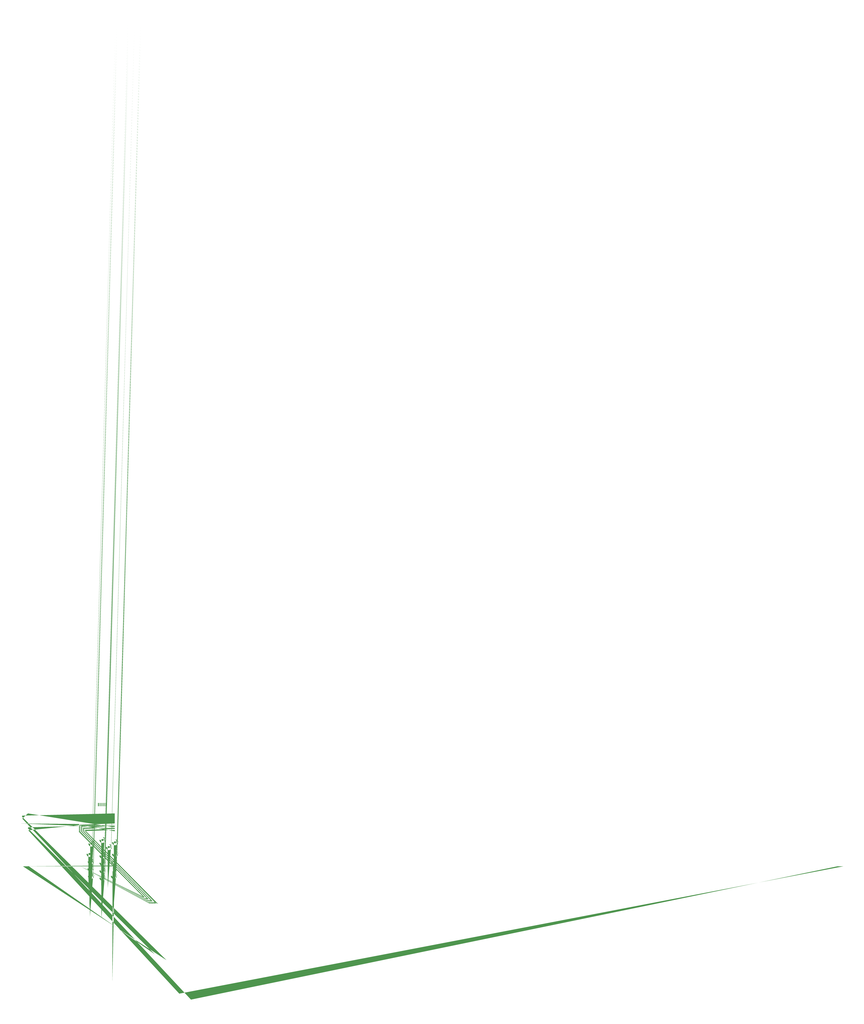
<source format=gtp>
G04 #@! TF.GenerationSoftware,KiCad,Pcbnew,8.0.4*
G04 #@! TF.CreationDate,2024-10-09T19:51:01+11:00*
G04 #@! TF.ProjectId,nokia,6e6f6b69-612e-46b6-9963-61645f706362,rev?*
G04 #@! TF.SameCoordinates,Original*
G04 #@! TF.FileFunction,Paste,Top*
G04 #@! TF.FilePolarity,Positive*
%FSLAX46Y46*%
G04 Gerber Fmt 4.6, Leading zero omitted, Abs format (unit mm)*
G04 Created by KiCad (PCBNEW 8.0.4) date 2024-10-09 19:51:01*
%MOMM*%
%LPD*%
G01*
G04 APERTURE LIST*
G04 Aperture macros list*
%AMRoundRect*
0 Rectangle with rounded corners*
0 $1 Rounding radius*
0 $2 $3 $4 $5 $6 $7 $8 $9 X,Y pos of 4 corners*
0 Add a 4 corners polygon primitive as box body*
4,1,4,$2,$3,$4,$5,$6,$7,$8,$9,$2,$3,0*
0 Add four circle primitives for the rounded corners*
1,1,$1+$1,$2,$3*
1,1,$1+$1,$4,$5*
1,1,$1+$1,$6,$7*
1,1,$1+$1,$8,$9*
0 Add four rect primitives between the rounded corners*
20,1,$1+$1,$2,$3,$4,$5,0*
20,1,$1+$1,$4,$5,$6,$7,0*
20,1,$1+$1,$6,$7,$8,$9,0*
20,1,$1+$1,$8,$9,$2,$3,0*%
%AMFreePoly0*
4,1,103,-1.902709,2.826186,-1.559033,2.750537,-1.225551,2.638174,-0.906173,2.490414,-0.604642,2.308989,-0.324495,2.096027,-0.069015,1.854023,0.158802,1.585816,0.356286,1.294550,0.521120,0.983640,0.651373,0.656730,0.745517,0.317654,0.802448,-0.029613,0.821500,-0.381000,0.802448,-0.732387,0.745517,-1.079654,0.651373,-1.418730,0.521120,-1.745640,0.356286,-2.056550,0.158802,-2.347816,
-0.069015,-2.616023,-0.324495,-2.858027,-0.604642,-3.070989,-0.906173,-3.252414,-1.225551,-3.400174,-1.559033,-3.512537,-1.902709,-3.588186,-2.252549,-3.626234,-2.604451,-3.626234,-2.954291,-3.588186,-3.297967,-3.512537,-3.631449,-3.400174,-3.950827,-3.252414,-4.252358,-3.070989,-4.532505,-2.858027,-4.787985,-2.616023,-5.015802,-2.347816,-5.213286,-2.056550,-5.378120,-1.745640,-5.508373,-1.418730,
-5.602517,-1.079654,-5.659448,-0.732387,-5.678500,-0.381000,-4.183407,-0.381000,-4.163806,-0.642555,-4.105441,-0.898268,-4.009617,-1.142426,-3.878472,-1.369574,-3.714938,-1.574640,-3.522667,-1.753042,-3.305953,-1.900794,-3.069640,-2.014597,-2.819004,-2.091908,-2.559644,-2.131000,-2.297356,-2.131000,-2.037996,-2.091908,-1.787360,-2.014597,-1.551046,-1.900794,-1.334333,-1.753042,-1.142062,-1.574640,
-0.978528,-1.369574,-0.847383,-1.142426,-0.751559,-0.898268,-0.693194,-0.642555,-0.673593,-0.381000,-0.693194,-0.119445,-0.751559,0.136268,-0.847383,0.380426,-0.978528,0.607574,-1.142062,0.812640,-1.334333,0.991042,-1.551046,1.138794,-1.787360,1.252597,-2.037996,1.329908,-2.297356,1.369000,-2.559644,1.369000,-2.819004,1.329908,-3.069640,1.252597,-3.305953,1.138794,-3.522667,0.991042,
-3.714938,0.812640,-3.878472,0.607574,-4.009617,0.380426,-4.105441,0.136268,-4.163806,-0.119445,-4.183407,-0.381000,-5.678500,-0.381000,-5.659448,-0.029613,-5.602517,0.317654,-5.508373,0.656730,-5.378120,0.983640,-5.213286,1.294550,-5.015802,1.585816,-4.787985,1.854023,-4.532505,2.096027,-4.252358,2.308989,-3.950827,2.490414,-3.631449,2.638174,-3.297967,2.750537,-2.954291,2.826186,
-2.604451,2.864234,-2.252549,2.864234,-1.902709,2.826186,-1.902709,2.826186,$1*%
%AMFreePoly1*
4,1,35,0.301029,1.058008,0.490312,0.984680,0.662898,0.877819,0.812910,0.741065,0.935239,0.579075,1.025719,0.397366,1.081270,0.202124,1.100000,0.000000,1.081270,-0.202124,1.025719,-0.397366,0.935239,-0.579075,0.812910,-0.741065,0.662898,-0.877819,0.490312,-0.984680,0.301029,-1.058008,0.101495,-1.095308,-0.101495,-1.095308,-0.301029,-1.058008,-0.490312,-0.984680,-0.662898,-0.877819,
-0.812910,-0.741065,-0.935239,-0.579075,-1.025719,-0.397366,-1.081270,-0.202124,-1.100000,0.000000,-1.081270,0.202124,-1.025719,0.397366,-0.935239,0.579075,-0.812910,0.741065,-0.662898,0.877819,-0.490312,0.984680,-0.301029,1.058008,-0.101495,1.095308,0.101495,1.095308,0.301029,1.058008,0.301029,1.058008,$1*%
%AMFreePoly2*
4,1,143,-0.313237,0.844648,0.036603,0.806600,0.047288,0.804848,0.390964,0.729199,0.401397,0.726302,0.734879,0.613939,0.744938,0.609932,1.064316,0.462172,1.073882,0.457100,1.375413,0.275675,1.400916,0.253724,1.577058,0.040762,1.599803,-0.016704,1.600000,-0.022973,1.600000,-1.793913,1.646400,-2.104211,1.647500,-2.119000,1.647500,-2.500000,1.647052,-2.509457,1.600000,-3.004741,
1.600000,-4.714443,1.695880,-4.937542,1.701542,-4.999086,1.669948,-5.052204,1.664522,-5.056636,1.384375,-5.269598,1.375413,-5.275675,1.073882,-5.457100,1.064316,-5.462172,0.744938,-5.609932,0.734879,-5.613939,0.401397,-5.726302,0.390964,-5.729199,0.047288,-5.804848,0.036603,-5.806600,-0.313237,-5.844648,-0.324049,-5.845234,-0.675951,-5.845234,-0.686763,-5.844648,-1.036603,-5.806600,
-1.047288,-5.804848,-1.390964,-5.729199,-1.401397,-5.726302,-1.734879,-5.613939,-1.744938,-5.609932,-2.064316,-5.462172,-2.073882,-5.457100,-2.375413,-5.275675,-2.384375,-5.269598,-2.664522,-5.056636,-2.672775,-5.049626,-2.928255,-4.807622,-2.935701,-4.799762,-3.163518,-4.531555,-3.170071,-4.522935,-3.367555,-4.231669,-3.373137,-4.222391,-3.537971,-3.911481,-3.542518,-3.901654,-3.672771,-3.574744,
-3.676228,-3.564483,-3.770372,-3.225407,-3.772700,-3.214832,-3.829631,-2.867565,-3.830801,-2.856801,-3.849853,-2.505414,-3.848903,-2.501846,-3.849145,-2.500000,-2.154626,-2.500000,-2.136146,-2.746605,-2.081114,-2.987713,-1.990767,-3.217916,-1.867118,-3.432082,-1.712926,-3.625433,-1.531645,-3.793637,-1.327314,-3.932947,-1.104500,-4.040249,-0.868189,-4.113141,-0.623651,-4.150000,-0.376349,-4.150000,
-0.131810,-4.113141,0.104503,-4.040248,0.327312,-3.932949,0.531645,-3.793637,0.712926,-3.625433,0.867118,-3.432082,0.990767,-3.217916,1.081114,-2.987713,1.136146,-2.746605,1.154626,-2.500000,1.136146,-2.253394,1.081114,-2.012286,0.990767,-1.782083,0.867118,-1.567917,0.712926,-1.374566,0.531645,-1.206362,0.327312,-1.067050,0.104503,-0.959751,-0.131810,-0.886858,-0.376349,-0.850000,
-0.623651,-0.850000,-0.868189,-0.886858,-1.104500,-0.959750,-1.327314,-1.067052,-1.531645,-1.206362,-1.712926,-1.374566,-1.867118,-1.567917,-1.990767,-1.782083,-2.081114,-2.012286,-2.136146,-2.253394,-2.154626,-2.500000,-3.849145,-2.500000,-3.849853,-2.494586,-3.830801,-2.143199,-3.829631,-2.132435,-3.772700,-1.785168,-3.770372,-1.774593,-3.676228,-1.435517,-3.672771,-1.425256,-3.542518,-1.098346,
-3.537971,-1.088519,-3.373137,-0.777609,-3.367555,-0.768331,-3.170071,-0.477065,-3.163518,-0.468445,-2.935701,-0.200238,-2.928255,-0.192378,-2.672775,0.049626,-2.664522,0.056636,-2.384375,0.269598,-2.375413,0.275675,-2.073882,0.457100,-2.064316,0.462172,-1.744938,0.609932,-1.734879,0.613939,-1.401397,0.726302,-1.390964,0.729199,-1.047288,0.804848,-1.036603,0.806600,-0.686763,0.844648,
-0.675951,0.845234,-0.324049,0.845234,-0.313237,0.844648,-0.313237,0.844648,$1*%
G04 Aperture macros list end*
%ADD10FreePoly0,0.000000*%
%ADD11FreePoly1,0.000000*%
%ADD12RoundRect,0.057250X-0.515250X-1.742750X0.515250X-1.742750X0.515250X1.742750X-0.515250X1.742750X0*%
%ADD13RoundRect,0.025000X-0.225000X-1.775000X0.225000X-1.775000X0.225000X1.775000X-0.225000X1.775000X0*%
%ADD14RoundRect,0.052250X-0.470250X-1.747750X0.470250X-1.747750X0.470250X1.747750X-0.470250X1.747750X0*%
%ADD15FreePoly2,0.000000*%
G04 APERTURE END LIST*
D10*
X58698500Y-79894000D03*
D11*
X56270000Y-80275000D03*
D10*
X51928500Y-85119000D03*
D11*
X49500000Y-85500000D03*
D10*
X31948500Y-108546384D03*
D11*
X29520000Y-108927384D03*
D10*
X44948500Y-110594000D03*
D11*
X42520000Y-110975000D03*
D10*
X32978500Y-81319000D03*
D11*
X30550000Y-81700000D03*
D10*
X32448500Y-116594000D03*
D11*
X30020000Y-116975000D03*
D10*
X44948500Y-77369000D03*
D11*
X42520000Y-77750000D03*
D10*
X58698500Y-92594000D03*
D11*
X56270000Y-92975000D03*
D10*
X44948500Y-102344000D03*
D11*
X42520000Y-102725000D03*
D12*
X46722500Y-39200000D03*
D13*
X45270000Y-39200000D03*
X44140000Y-39200000D03*
X43010000Y-39200000D03*
X41880000Y-39200000D03*
X40750000Y-39200000D03*
X39620000Y-39200000D03*
D14*
X38217500Y-39200000D03*
D10*
X44948500Y-94344000D03*
D11*
X42520000Y-94725000D03*
D10*
X57698500Y-100844000D03*
D11*
X55270000Y-101225000D03*
D15*
X56020000Y-106475000D03*
D11*
X55520000Y-108975000D03*
D10*
X30948500Y-92594000D03*
D11*
X28520000Y-92975000D03*
D10*
X44948500Y-118594000D03*
D11*
X42520000Y-118975000D03*
D10*
X32198500Y-100844000D03*
D11*
X29770000Y-101225000D03*
D10*
X57448500Y-116594000D03*
D11*
X55020000Y-116975000D03*
M02*

</source>
